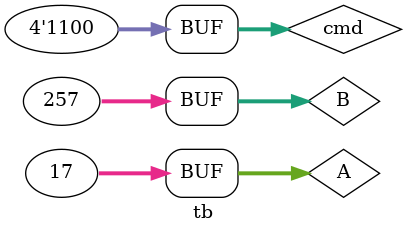
<source format=v>
`timescale 1ns / 1ps

module tb;
    reg [31:0] A;
    reg [31:0] B;
    reg [1:0] OP;
    reg [3:0] cmd;
    wire [3:0] flags;
    wire [31:0] out;

	alu_module uut (
	.A(A),
	.B(B),
	.OP(OP),
	.cmd(cmd),
	.flags(flags),
	.out(out)
	);

initial begin
#100

A=32'h00011;
B=32'h00101;

#100; cmd=0;
#100; cmd=1;
#100; cmd = 2;
#100; cmd = 3;
#100; cmd = 4;
#100; cmd = 10;
#100; cmd = 12;
end

endmodule

</source>
